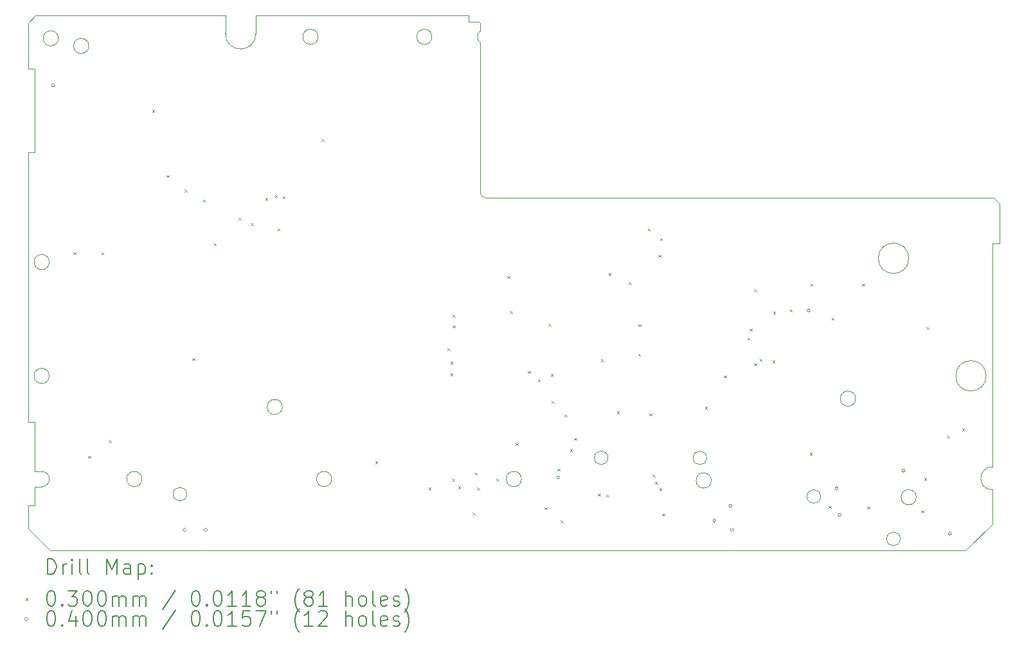
<source format=gbr>
%TF.GenerationSoftware,KiCad,Pcbnew,8.0.5-unknown-202409261835~48b9027842~ubuntu24.04.1*%
%TF.CreationDate,2024-10-03T20:43:23+08:00*%
%TF.ProjectId,EL6170_Pro_Max_Plus,454c3631-3730-45f5-9072-6f5f4d61785f,rev?*%
%TF.SameCoordinates,Original*%
%TF.FileFunction,Drillmap*%
%TF.FilePolarity,Positive*%
%FSLAX45Y45*%
G04 Gerber Fmt 4.5, Leading zero omitted, Abs format (unit mm)*
G04 Created by KiCad (PCBNEW 8.0.5-unknown-202409261835~48b9027842~ubuntu24.04.1) date 2024-10-03 20:43:23*
%MOMM*%
%LPD*%
G01*
G04 APERTURE LIST*
%ADD10C,0.050000*%
%ADD11C,0.200000*%
%ADD12C,0.100000*%
G04 APERTURE END LIST*
D10*
X9380000Y-12460000D02*
X9290000Y-12460000D01*
X21550000Y-13300000D02*
X9490000Y-13300000D01*
X9200000Y-12710000D02*
X9200000Y-13010000D01*
X15220000Y-8650000D02*
X21920000Y-8650000D01*
X20100000Y-11300000D02*
G75*
G02*
X19900000Y-11300000I-100000J0D01*
G01*
X19900000Y-11300000D02*
G75*
G02*
X20100000Y-11300000I100000J0D01*
G01*
X15140000Y-6330000D02*
X15160000Y-6350000D01*
X15000000Y-6250000D02*
X15000000Y-6330000D01*
X9290000Y-11610000D02*
X9200000Y-11610000D01*
X18200000Y-12380000D02*
G75*
G02*
X18000000Y-12380000I-100000J0D01*
G01*
X18000000Y-12380000D02*
G75*
G02*
X18200000Y-12380000I100000J0D01*
G01*
X9600000Y-6550000D02*
G75*
G02*
X9400000Y-6550000I-100000J0D01*
G01*
X9400000Y-6550000D02*
G75*
G02*
X9600000Y-6550000I100000J0D01*
G01*
X21900000Y-12500000D02*
X21900000Y-12950000D01*
X15220000Y-8650000D02*
G75*
G02*
X15160000Y-8590000I0J60000D01*
G01*
X14520000Y-6530000D02*
G75*
G02*
X14320000Y-6530000I-100000J0D01*
G01*
X14320000Y-6530000D02*
G75*
G02*
X14520000Y-6530000I100000J0D01*
G01*
X9290000Y-12260000D02*
X9290000Y-11610000D01*
X11800000Y-6250000D02*
X9300000Y-6250000D01*
X22000000Y-9250000D02*
X21900000Y-9250000D01*
X20690000Y-13150000D02*
G75*
G02*
X20510000Y-13150000I-90000J0D01*
G01*
X20510000Y-13150000D02*
G75*
G02*
X20690000Y-13150000I90000J0D01*
G01*
X21900000Y-9250000D02*
X21900000Y-12200000D01*
X10000000Y-6650000D02*
G75*
G02*
X9800000Y-6650000I-100000J0D01*
G01*
X9800000Y-6650000D02*
G75*
G02*
X10000000Y-6650000I100000J0D01*
G01*
X12550000Y-11410000D02*
G75*
G02*
X12350000Y-11410000I-100000J0D01*
G01*
X12350000Y-11410000D02*
G75*
G02*
X12550000Y-11410000I100000J0D01*
G01*
X9380000Y-12260000D02*
G75*
G02*
X9380000Y-12460000I0J-100000D01*
G01*
X11290000Y-12560000D02*
G75*
G02*
X11110000Y-12560000I-90000J0D01*
G01*
X11110000Y-12560000D02*
G75*
G02*
X11290000Y-12560000I90000J0D01*
G01*
X9490000Y-13300000D02*
X9200000Y-13010000D01*
X9200000Y-6350000D02*
X9200000Y-6950000D01*
X20900000Y-12600000D02*
G75*
G02*
X20700000Y-12600000I-100000J0D01*
G01*
X20700000Y-12600000D02*
G75*
G02*
X20900000Y-12600000I100000J0D01*
G01*
X13200000Y-12360000D02*
G75*
G02*
X13000000Y-12360000I-100000J0D01*
G01*
X13000000Y-12360000D02*
G75*
G02*
X13200000Y-12360000I100000J0D01*
G01*
X9380000Y-12260000D02*
X9290000Y-12260000D01*
X9290000Y-12460000D02*
X9290000Y-12710000D01*
X20800000Y-9450000D02*
G75*
G02*
X20400000Y-9450000I-200000J0D01*
G01*
X20400000Y-9450000D02*
G75*
G02*
X20800000Y-9450000I200000J0D01*
G01*
X21900000Y-12500000D02*
G75*
G02*
X21900000Y-12200000I0J150000D01*
G01*
X13020000Y-6530000D02*
G75*
G02*
X12820000Y-6530000I-100000J0D01*
G01*
X12820000Y-6530000D02*
G75*
G02*
X13020000Y-6530000I100000J0D01*
G01*
X9200000Y-6950000D02*
X9290000Y-6950000D01*
X9200000Y-11610000D02*
X9200000Y-8050000D01*
X18140000Y-12080000D02*
G75*
G02*
X17960000Y-12080000I-90000J0D01*
G01*
X17960000Y-12080000D02*
G75*
G02*
X18140000Y-12080000I90000J0D01*
G01*
X9480000Y-11000000D02*
G75*
G02*
X9280000Y-11000000I-100000J0D01*
G01*
X9280000Y-11000000D02*
G75*
G02*
X9480000Y-11000000I100000J0D01*
G01*
X9290000Y-6950000D02*
X9290000Y-8050000D01*
X9480000Y-9500000D02*
G75*
G02*
X9280000Y-9500000I-100000J0D01*
G01*
X9280000Y-9500000D02*
G75*
G02*
X9480000Y-9500000I100000J0D01*
G01*
X15000000Y-6330000D02*
X15140000Y-6330000D01*
X9290000Y-8050000D02*
X9200000Y-8050000D01*
X21900000Y-12950000D02*
X21550000Y-13300000D01*
X15000000Y-6250000D02*
X12200000Y-6250000D01*
X10700000Y-12360000D02*
G75*
G02*
X10500000Y-12360000I-100000J0D01*
G01*
X10500000Y-12360000D02*
G75*
G02*
X10700000Y-12360000I100000J0D01*
G01*
X12200000Y-6490000D02*
G75*
G02*
X11800000Y-6490000I-200000J0D01*
G01*
X9200000Y-12710000D02*
X9290000Y-12710000D01*
X9200000Y-6350000D02*
X9300000Y-6250000D01*
X15700000Y-12360000D02*
G75*
G02*
X15500000Y-12360000I-100000J0D01*
G01*
X15500000Y-12360000D02*
G75*
G02*
X15700000Y-12360000I100000J0D01*
G01*
X16840000Y-12080000D02*
G75*
G02*
X16660000Y-12080000I-90000J0D01*
G01*
X16660000Y-12080000D02*
G75*
G02*
X16840000Y-12080000I90000J0D01*
G01*
X19640000Y-12590000D02*
G75*
G02*
X19460000Y-12590000I-90000J0D01*
G01*
X19460000Y-12590000D02*
G75*
G02*
X19640000Y-12590000I90000J0D01*
G01*
X15160000Y-6610000D02*
X15160000Y-8590000D01*
X15160000Y-6350000D02*
X15160000Y-6450000D01*
X11800000Y-6490000D02*
X11800000Y-6250000D01*
X21920000Y-8650000D02*
X22000000Y-8730000D01*
X12200000Y-6490000D02*
X12200000Y-6250000D01*
X21820000Y-11000000D02*
G75*
G02*
X21420000Y-11000000I-200000J0D01*
G01*
X21420000Y-11000000D02*
G75*
G02*
X21820000Y-11000000I200000J0D01*
G01*
X22000000Y-8730000D02*
X22000000Y-9250000D01*
X15160000Y-6610000D02*
G75*
G02*
X15160000Y-6450000I60000J80000D01*
G01*
D11*
D12*
X9798000Y-9368000D02*
X9828000Y-9398000D01*
X9828000Y-9368000D02*
X9798000Y-9398000D01*
X9995000Y-12055000D02*
X10025000Y-12085000D01*
X10025000Y-12055000D02*
X9995000Y-12085000D01*
X10165000Y-9368000D02*
X10195000Y-9398000D01*
X10195000Y-9368000D02*
X10165000Y-9398000D01*
X10265000Y-11845000D02*
X10295000Y-11875000D01*
X10295000Y-11845000D02*
X10265000Y-11875000D01*
X10835000Y-7495000D02*
X10865000Y-7525000D01*
X10865000Y-7495000D02*
X10835000Y-7525000D01*
X11025000Y-8355000D02*
X11055000Y-8385000D01*
X11055000Y-8355000D02*
X11025000Y-8385000D01*
X11265000Y-8542500D02*
X11295000Y-8572500D01*
X11295000Y-8542500D02*
X11265000Y-8572500D01*
X11365000Y-10765000D02*
X11395000Y-10795000D01*
X11395000Y-10765000D02*
X11365000Y-10795000D01*
X11505000Y-8675000D02*
X11535000Y-8705000D01*
X11535000Y-8675000D02*
X11505000Y-8705000D01*
X11647426Y-9252574D02*
X11677426Y-9282574D01*
X11677426Y-9252574D02*
X11647426Y-9282574D01*
X11975000Y-8915000D02*
X12005000Y-8945000D01*
X12005000Y-8915000D02*
X11975000Y-8945000D01*
X12135000Y-8985000D02*
X12165000Y-9015000D01*
X12165000Y-8985000D02*
X12135000Y-9015000D01*
X12325000Y-8655000D02*
X12355000Y-8685000D01*
X12355000Y-8655000D02*
X12325000Y-8685000D01*
X12452573Y-8617427D02*
X12482573Y-8647427D01*
X12482573Y-8617427D02*
X12452573Y-8647427D01*
X12485000Y-9055000D02*
X12515000Y-9085000D01*
X12515000Y-9055000D02*
X12485000Y-9085000D01*
X12555000Y-8635000D02*
X12585000Y-8665000D01*
X12585000Y-8635000D02*
X12555000Y-8665000D01*
X13065000Y-7875000D02*
X13095000Y-7905000D01*
X13095000Y-7875000D02*
X13065000Y-7905000D01*
X13775000Y-12125000D02*
X13805000Y-12155000D01*
X13805000Y-12125000D02*
X13775000Y-12155000D01*
X14477936Y-12471916D02*
X14507936Y-12501916D01*
X14507936Y-12471916D02*
X14477936Y-12501916D01*
X14725000Y-10635000D02*
X14755000Y-10665000D01*
X14755000Y-10635000D02*
X14725000Y-10665000D01*
X14765000Y-10815000D02*
X14795000Y-10845000D01*
X14795000Y-10815000D02*
X14765000Y-10845000D01*
X14765000Y-10965000D02*
X14795000Y-10995000D01*
X14795000Y-10965000D02*
X14765000Y-10995000D01*
X14785000Y-12355000D02*
X14815000Y-12385000D01*
X14815000Y-12355000D02*
X14785000Y-12385000D01*
X14795000Y-10195000D02*
X14825000Y-10225000D01*
X14825000Y-10195000D02*
X14795000Y-10225000D01*
X14795000Y-10335000D02*
X14825000Y-10365000D01*
X14825000Y-10335000D02*
X14795000Y-10365000D01*
X14865000Y-12455000D02*
X14895000Y-12485000D01*
X14895000Y-12455000D02*
X14865000Y-12485000D01*
X15055870Y-12805000D02*
X15085870Y-12835000D01*
X15085870Y-12805000D02*
X15055870Y-12835000D01*
X15085000Y-12275000D02*
X15115000Y-12305000D01*
X15115000Y-12275000D02*
X15085000Y-12305000D01*
X15115000Y-12475000D02*
X15145000Y-12505000D01*
X15145000Y-12475000D02*
X15115000Y-12505000D01*
X15367870Y-12355000D02*
X15397870Y-12385000D01*
X15397870Y-12355000D02*
X15367870Y-12385000D01*
X15515000Y-9685000D02*
X15545000Y-9715000D01*
X15545000Y-9685000D02*
X15515000Y-9715000D01*
X15545000Y-10145000D02*
X15575000Y-10175000D01*
X15575000Y-10145000D02*
X15545000Y-10175000D01*
X15625000Y-11885000D02*
X15655000Y-11915000D01*
X15655000Y-11885000D02*
X15625000Y-11915000D01*
X15785000Y-10935000D02*
X15815000Y-10965000D01*
X15815000Y-10935000D02*
X15785000Y-10965000D01*
X15915000Y-11045000D02*
X15945000Y-11075000D01*
X15945000Y-11045000D02*
X15915000Y-11075000D01*
X16005000Y-12733019D02*
X16035000Y-12763019D01*
X16035000Y-12733019D02*
X16005000Y-12763019D01*
X16055000Y-10315000D02*
X16085000Y-10345000D01*
X16085000Y-10315000D02*
X16055000Y-10345000D01*
X16085000Y-10975000D02*
X16115000Y-11005000D01*
X16115000Y-10975000D02*
X16085000Y-11005000D01*
X16096320Y-11328403D02*
X16126320Y-11358403D01*
X16126320Y-11328403D02*
X16096320Y-11358403D01*
X16175000Y-12225000D02*
X16205000Y-12255000D01*
X16205000Y-12225000D02*
X16175000Y-12255000D01*
X16215000Y-12905000D02*
X16245000Y-12935000D01*
X16245000Y-12905000D02*
X16215000Y-12935000D01*
X16265063Y-11506042D02*
X16295063Y-11536042D01*
X16295063Y-11506042D02*
X16265063Y-11536042D01*
X16340000Y-11965000D02*
X16370000Y-11995000D01*
X16370000Y-11965000D02*
X16340000Y-11995000D01*
X16395000Y-11815000D02*
X16425000Y-11845000D01*
X16425000Y-11815000D02*
X16395000Y-11845000D01*
X16705000Y-12555000D02*
X16735000Y-12585000D01*
X16735000Y-12555000D02*
X16705000Y-12585000D01*
X16749940Y-10781715D02*
X16779940Y-10811715D01*
X16779940Y-10781715D02*
X16749940Y-10811715D01*
X16815000Y-12565000D02*
X16845000Y-12595000D01*
X16845000Y-12565000D02*
X16815000Y-12595000D01*
X16845000Y-9645000D02*
X16875000Y-9675000D01*
X16875000Y-9645000D02*
X16845000Y-9675000D01*
X16955000Y-11465000D02*
X16985000Y-11495000D01*
X16985000Y-11465000D02*
X16955000Y-11495000D01*
X17115000Y-9765000D02*
X17145000Y-9795000D01*
X17145000Y-9765000D02*
X17115000Y-9795000D01*
X17235000Y-10708239D02*
X17265000Y-10738239D01*
X17265000Y-10708239D02*
X17235000Y-10738239D01*
X17242574Y-10317427D02*
X17272574Y-10347427D01*
X17272574Y-10317427D02*
X17242574Y-10347427D01*
X17365000Y-9055000D02*
X17395000Y-9085000D01*
X17395000Y-9055000D02*
X17365000Y-9085000D01*
X17385000Y-11495000D02*
X17415000Y-11525000D01*
X17415000Y-11495000D02*
X17385000Y-11525000D01*
X17425000Y-12305000D02*
X17455000Y-12335000D01*
X17455000Y-12305000D02*
X17425000Y-12335000D01*
X17455000Y-12395000D02*
X17485000Y-12425000D01*
X17485000Y-12395000D02*
X17455000Y-12425000D01*
X17505000Y-9405000D02*
X17535000Y-9435000D01*
X17535000Y-9405000D02*
X17505000Y-9435000D01*
X17517244Y-12482756D02*
X17547244Y-12512756D01*
X17547244Y-12482756D02*
X17517244Y-12512756D01*
X17525000Y-9185000D02*
X17555000Y-9215000D01*
X17555000Y-9185000D02*
X17525000Y-9215000D01*
X17555000Y-12815000D02*
X17585000Y-12845000D01*
X17585000Y-12815000D02*
X17555000Y-12845000D01*
X18115000Y-11405000D02*
X18145000Y-11435000D01*
X18145000Y-11405000D02*
X18115000Y-11435000D01*
X18365000Y-10995000D02*
X18395000Y-11025000D01*
X18395000Y-10995000D02*
X18365000Y-11025000D01*
X18675000Y-10495000D02*
X18705000Y-10525000D01*
X18705000Y-10495000D02*
X18675000Y-10525000D01*
X18707427Y-10377427D02*
X18737427Y-10407427D01*
X18737427Y-10377427D02*
X18707427Y-10407427D01*
X18765000Y-9855000D02*
X18795000Y-9885000D01*
X18795000Y-9855000D02*
X18765000Y-9885000D01*
X18765000Y-10835000D02*
X18795000Y-10865000D01*
X18795000Y-10835000D02*
X18765000Y-10865000D01*
X18835000Y-10775000D02*
X18865000Y-10805000D01*
X18865000Y-10775000D02*
X18835000Y-10805000D01*
X19005000Y-10795000D02*
X19035000Y-10825000D01*
X19035000Y-10795000D02*
X19005000Y-10825000D01*
X19015000Y-10155000D02*
X19045000Y-10185000D01*
X19045000Y-10155000D02*
X19015000Y-10185000D01*
X19235000Y-10125000D02*
X19265000Y-10155000D01*
X19265000Y-10125000D02*
X19235000Y-10155000D01*
X19495000Y-12015000D02*
X19525000Y-12045000D01*
X19525000Y-12015000D02*
X19495000Y-12045000D01*
X19505000Y-9785000D02*
X19535000Y-9815000D01*
X19535000Y-9785000D02*
X19505000Y-9815000D01*
X19745000Y-12715000D02*
X19775000Y-12745000D01*
X19775000Y-12715000D02*
X19745000Y-12745000D01*
X19785000Y-10235000D02*
X19815000Y-10265000D01*
X19815000Y-10235000D02*
X19785000Y-10265000D01*
X20185000Y-9785000D02*
X20215000Y-9815000D01*
X20215000Y-9785000D02*
X20185000Y-9815000D01*
X20252500Y-12722500D02*
X20282500Y-12752500D01*
X20282500Y-12722500D02*
X20252500Y-12752500D01*
X20965000Y-12775000D02*
X20995000Y-12805000D01*
X20995000Y-12775000D02*
X20965000Y-12805000D01*
X21005000Y-12345000D02*
X21035000Y-12375000D01*
X21035000Y-12345000D02*
X21005000Y-12375000D01*
X21035000Y-10355000D02*
X21065000Y-10385000D01*
X21065000Y-10355000D02*
X21035000Y-10385000D01*
X21305000Y-11785000D02*
X21335000Y-11815000D01*
X21335000Y-11785000D02*
X21305000Y-11815000D01*
X21505000Y-11695000D02*
X21535000Y-11725000D01*
X21535000Y-11695000D02*
X21505000Y-11725000D01*
X9550000Y-7170000D02*
G75*
G02*
X9510000Y-7170000I-20000J0D01*
G01*
X9510000Y-7170000D02*
G75*
G02*
X9550000Y-7170000I20000J0D01*
G01*
X11280000Y-13030000D02*
G75*
G02*
X11240000Y-13030000I-20000J0D01*
G01*
X11240000Y-13030000D02*
G75*
G02*
X11280000Y-13030000I20000J0D01*
G01*
X11560000Y-13030000D02*
G75*
G02*
X11520000Y-13030000I-20000J0D01*
G01*
X11520000Y-13030000D02*
G75*
G02*
X11560000Y-13030000I20000J0D01*
G01*
X16200000Y-12340000D02*
G75*
G02*
X16160000Y-12340000I-20000J0D01*
G01*
X16160000Y-12340000D02*
G75*
G02*
X16200000Y-12340000I20000J0D01*
G01*
X18260000Y-12910000D02*
G75*
G02*
X18220000Y-12910000I-20000J0D01*
G01*
X18220000Y-12910000D02*
G75*
G02*
X18260000Y-12910000I20000J0D01*
G01*
X18470000Y-12710000D02*
G75*
G02*
X18430000Y-12710000I-20000J0D01*
G01*
X18430000Y-12710000D02*
G75*
G02*
X18470000Y-12710000I20000J0D01*
G01*
X18490000Y-13030000D02*
G75*
G02*
X18450000Y-13030000I-20000J0D01*
G01*
X18450000Y-13030000D02*
G75*
G02*
X18490000Y-13030000I20000J0D01*
G01*
X19500000Y-10140000D02*
G75*
G02*
X19460000Y-10140000I-20000J0D01*
G01*
X19460000Y-10140000D02*
G75*
G02*
X19500000Y-10140000I20000J0D01*
G01*
X19870000Y-12480000D02*
G75*
G02*
X19830000Y-12480000I-20000J0D01*
G01*
X19830000Y-12480000D02*
G75*
G02*
X19870000Y-12480000I20000J0D01*
G01*
X19910000Y-12830000D02*
G75*
G02*
X19870000Y-12830000I-20000J0D01*
G01*
X19870000Y-12830000D02*
G75*
G02*
X19910000Y-12830000I20000J0D01*
G01*
X20750000Y-12250000D02*
G75*
G02*
X20710000Y-12250000I-20000J0D01*
G01*
X20710000Y-12250000D02*
G75*
G02*
X20750000Y-12250000I20000J0D01*
G01*
X21360000Y-13080000D02*
G75*
G02*
X21320000Y-13080000I-20000J0D01*
G01*
X21320000Y-13080000D02*
G75*
G02*
X21360000Y-13080000I20000J0D01*
G01*
D11*
X9458277Y-13613984D02*
X9458277Y-13413984D01*
X9458277Y-13413984D02*
X9505896Y-13413984D01*
X9505896Y-13413984D02*
X9534467Y-13423508D01*
X9534467Y-13423508D02*
X9553515Y-13442555D01*
X9553515Y-13442555D02*
X9563039Y-13461603D01*
X9563039Y-13461603D02*
X9572563Y-13499698D01*
X9572563Y-13499698D02*
X9572563Y-13528269D01*
X9572563Y-13528269D02*
X9563039Y-13566365D01*
X9563039Y-13566365D02*
X9553515Y-13585412D01*
X9553515Y-13585412D02*
X9534467Y-13604460D01*
X9534467Y-13604460D02*
X9505896Y-13613984D01*
X9505896Y-13613984D02*
X9458277Y-13613984D01*
X9658277Y-13613984D02*
X9658277Y-13480650D01*
X9658277Y-13518746D02*
X9667801Y-13499698D01*
X9667801Y-13499698D02*
X9677324Y-13490174D01*
X9677324Y-13490174D02*
X9696372Y-13480650D01*
X9696372Y-13480650D02*
X9715420Y-13480650D01*
X9782086Y-13613984D02*
X9782086Y-13480650D01*
X9782086Y-13413984D02*
X9772563Y-13423508D01*
X9772563Y-13423508D02*
X9782086Y-13433031D01*
X9782086Y-13433031D02*
X9791610Y-13423508D01*
X9791610Y-13423508D02*
X9782086Y-13413984D01*
X9782086Y-13413984D02*
X9782086Y-13433031D01*
X9905896Y-13613984D02*
X9886848Y-13604460D01*
X9886848Y-13604460D02*
X9877324Y-13585412D01*
X9877324Y-13585412D02*
X9877324Y-13413984D01*
X10010658Y-13613984D02*
X9991610Y-13604460D01*
X9991610Y-13604460D02*
X9982086Y-13585412D01*
X9982086Y-13585412D02*
X9982086Y-13413984D01*
X10239229Y-13613984D02*
X10239229Y-13413984D01*
X10239229Y-13413984D02*
X10305896Y-13556841D01*
X10305896Y-13556841D02*
X10372563Y-13413984D01*
X10372563Y-13413984D02*
X10372563Y-13613984D01*
X10553515Y-13613984D02*
X10553515Y-13509222D01*
X10553515Y-13509222D02*
X10543991Y-13490174D01*
X10543991Y-13490174D02*
X10524944Y-13480650D01*
X10524944Y-13480650D02*
X10486848Y-13480650D01*
X10486848Y-13480650D02*
X10467801Y-13490174D01*
X10553515Y-13604460D02*
X10534467Y-13613984D01*
X10534467Y-13613984D02*
X10486848Y-13613984D01*
X10486848Y-13613984D02*
X10467801Y-13604460D01*
X10467801Y-13604460D02*
X10458277Y-13585412D01*
X10458277Y-13585412D02*
X10458277Y-13566365D01*
X10458277Y-13566365D02*
X10467801Y-13547317D01*
X10467801Y-13547317D02*
X10486848Y-13537793D01*
X10486848Y-13537793D02*
X10534467Y-13537793D01*
X10534467Y-13537793D02*
X10553515Y-13528269D01*
X10648753Y-13480650D02*
X10648753Y-13680650D01*
X10648753Y-13490174D02*
X10667801Y-13480650D01*
X10667801Y-13480650D02*
X10705896Y-13480650D01*
X10705896Y-13480650D02*
X10724944Y-13490174D01*
X10724944Y-13490174D02*
X10734467Y-13499698D01*
X10734467Y-13499698D02*
X10743991Y-13518746D01*
X10743991Y-13518746D02*
X10743991Y-13575888D01*
X10743991Y-13575888D02*
X10734467Y-13594936D01*
X10734467Y-13594936D02*
X10724944Y-13604460D01*
X10724944Y-13604460D02*
X10705896Y-13613984D01*
X10705896Y-13613984D02*
X10667801Y-13613984D01*
X10667801Y-13613984D02*
X10648753Y-13604460D01*
X10829705Y-13594936D02*
X10839229Y-13604460D01*
X10839229Y-13604460D02*
X10829705Y-13613984D01*
X10829705Y-13613984D02*
X10820182Y-13604460D01*
X10820182Y-13604460D02*
X10829705Y-13594936D01*
X10829705Y-13594936D02*
X10829705Y-13613984D01*
X10829705Y-13490174D02*
X10839229Y-13499698D01*
X10839229Y-13499698D02*
X10829705Y-13509222D01*
X10829705Y-13509222D02*
X10820182Y-13499698D01*
X10820182Y-13499698D02*
X10829705Y-13490174D01*
X10829705Y-13490174D02*
X10829705Y-13509222D01*
D12*
X9167500Y-13927500D02*
X9197500Y-13957500D01*
X9197500Y-13927500D02*
X9167500Y-13957500D01*
D11*
X9496372Y-13833984D02*
X9515420Y-13833984D01*
X9515420Y-13833984D02*
X9534467Y-13843508D01*
X9534467Y-13843508D02*
X9543991Y-13853031D01*
X9543991Y-13853031D02*
X9553515Y-13872079D01*
X9553515Y-13872079D02*
X9563039Y-13910174D01*
X9563039Y-13910174D02*
X9563039Y-13957793D01*
X9563039Y-13957793D02*
X9553515Y-13995888D01*
X9553515Y-13995888D02*
X9543991Y-14014936D01*
X9543991Y-14014936D02*
X9534467Y-14024460D01*
X9534467Y-14024460D02*
X9515420Y-14033984D01*
X9515420Y-14033984D02*
X9496372Y-14033984D01*
X9496372Y-14033984D02*
X9477324Y-14024460D01*
X9477324Y-14024460D02*
X9467801Y-14014936D01*
X9467801Y-14014936D02*
X9458277Y-13995888D01*
X9458277Y-13995888D02*
X9448753Y-13957793D01*
X9448753Y-13957793D02*
X9448753Y-13910174D01*
X9448753Y-13910174D02*
X9458277Y-13872079D01*
X9458277Y-13872079D02*
X9467801Y-13853031D01*
X9467801Y-13853031D02*
X9477324Y-13843508D01*
X9477324Y-13843508D02*
X9496372Y-13833984D01*
X9648753Y-14014936D02*
X9658277Y-14024460D01*
X9658277Y-14024460D02*
X9648753Y-14033984D01*
X9648753Y-14033984D02*
X9639229Y-14024460D01*
X9639229Y-14024460D02*
X9648753Y-14014936D01*
X9648753Y-14014936D02*
X9648753Y-14033984D01*
X9724944Y-13833984D02*
X9848753Y-13833984D01*
X9848753Y-13833984D02*
X9782086Y-13910174D01*
X9782086Y-13910174D02*
X9810658Y-13910174D01*
X9810658Y-13910174D02*
X9829705Y-13919698D01*
X9829705Y-13919698D02*
X9839229Y-13929222D01*
X9839229Y-13929222D02*
X9848753Y-13948269D01*
X9848753Y-13948269D02*
X9848753Y-13995888D01*
X9848753Y-13995888D02*
X9839229Y-14014936D01*
X9839229Y-14014936D02*
X9829705Y-14024460D01*
X9829705Y-14024460D02*
X9810658Y-14033984D01*
X9810658Y-14033984D02*
X9753515Y-14033984D01*
X9753515Y-14033984D02*
X9734467Y-14024460D01*
X9734467Y-14024460D02*
X9724944Y-14014936D01*
X9972563Y-13833984D02*
X9991610Y-13833984D01*
X9991610Y-13833984D02*
X10010658Y-13843508D01*
X10010658Y-13843508D02*
X10020182Y-13853031D01*
X10020182Y-13853031D02*
X10029705Y-13872079D01*
X10029705Y-13872079D02*
X10039229Y-13910174D01*
X10039229Y-13910174D02*
X10039229Y-13957793D01*
X10039229Y-13957793D02*
X10029705Y-13995888D01*
X10029705Y-13995888D02*
X10020182Y-14014936D01*
X10020182Y-14014936D02*
X10010658Y-14024460D01*
X10010658Y-14024460D02*
X9991610Y-14033984D01*
X9991610Y-14033984D02*
X9972563Y-14033984D01*
X9972563Y-14033984D02*
X9953515Y-14024460D01*
X9953515Y-14024460D02*
X9943991Y-14014936D01*
X9943991Y-14014936D02*
X9934467Y-13995888D01*
X9934467Y-13995888D02*
X9924944Y-13957793D01*
X9924944Y-13957793D02*
X9924944Y-13910174D01*
X9924944Y-13910174D02*
X9934467Y-13872079D01*
X9934467Y-13872079D02*
X9943991Y-13853031D01*
X9943991Y-13853031D02*
X9953515Y-13843508D01*
X9953515Y-13843508D02*
X9972563Y-13833984D01*
X10163039Y-13833984D02*
X10182086Y-13833984D01*
X10182086Y-13833984D02*
X10201134Y-13843508D01*
X10201134Y-13843508D02*
X10210658Y-13853031D01*
X10210658Y-13853031D02*
X10220182Y-13872079D01*
X10220182Y-13872079D02*
X10229705Y-13910174D01*
X10229705Y-13910174D02*
X10229705Y-13957793D01*
X10229705Y-13957793D02*
X10220182Y-13995888D01*
X10220182Y-13995888D02*
X10210658Y-14014936D01*
X10210658Y-14014936D02*
X10201134Y-14024460D01*
X10201134Y-14024460D02*
X10182086Y-14033984D01*
X10182086Y-14033984D02*
X10163039Y-14033984D01*
X10163039Y-14033984D02*
X10143991Y-14024460D01*
X10143991Y-14024460D02*
X10134467Y-14014936D01*
X10134467Y-14014936D02*
X10124944Y-13995888D01*
X10124944Y-13995888D02*
X10115420Y-13957793D01*
X10115420Y-13957793D02*
X10115420Y-13910174D01*
X10115420Y-13910174D02*
X10124944Y-13872079D01*
X10124944Y-13872079D02*
X10134467Y-13853031D01*
X10134467Y-13853031D02*
X10143991Y-13843508D01*
X10143991Y-13843508D02*
X10163039Y-13833984D01*
X10315420Y-14033984D02*
X10315420Y-13900650D01*
X10315420Y-13919698D02*
X10324944Y-13910174D01*
X10324944Y-13910174D02*
X10343991Y-13900650D01*
X10343991Y-13900650D02*
X10372563Y-13900650D01*
X10372563Y-13900650D02*
X10391610Y-13910174D01*
X10391610Y-13910174D02*
X10401134Y-13929222D01*
X10401134Y-13929222D02*
X10401134Y-14033984D01*
X10401134Y-13929222D02*
X10410658Y-13910174D01*
X10410658Y-13910174D02*
X10429705Y-13900650D01*
X10429705Y-13900650D02*
X10458277Y-13900650D01*
X10458277Y-13900650D02*
X10477325Y-13910174D01*
X10477325Y-13910174D02*
X10486848Y-13929222D01*
X10486848Y-13929222D02*
X10486848Y-14033984D01*
X10582086Y-14033984D02*
X10582086Y-13900650D01*
X10582086Y-13919698D02*
X10591610Y-13910174D01*
X10591610Y-13910174D02*
X10610658Y-13900650D01*
X10610658Y-13900650D02*
X10639229Y-13900650D01*
X10639229Y-13900650D02*
X10658277Y-13910174D01*
X10658277Y-13910174D02*
X10667801Y-13929222D01*
X10667801Y-13929222D02*
X10667801Y-14033984D01*
X10667801Y-13929222D02*
X10677325Y-13910174D01*
X10677325Y-13910174D02*
X10696372Y-13900650D01*
X10696372Y-13900650D02*
X10724944Y-13900650D01*
X10724944Y-13900650D02*
X10743991Y-13910174D01*
X10743991Y-13910174D02*
X10753515Y-13929222D01*
X10753515Y-13929222D02*
X10753515Y-14033984D01*
X11143991Y-13824460D02*
X10972563Y-14081603D01*
X11401134Y-13833984D02*
X11420182Y-13833984D01*
X11420182Y-13833984D02*
X11439229Y-13843508D01*
X11439229Y-13843508D02*
X11448753Y-13853031D01*
X11448753Y-13853031D02*
X11458277Y-13872079D01*
X11458277Y-13872079D02*
X11467801Y-13910174D01*
X11467801Y-13910174D02*
X11467801Y-13957793D01*
X11467801Y-13957793D02*
X11458277Y-13995888D01*
X11458277Y-13995888D02*
X11448753Y-14014936D01*
X11448753Y-14014936D02*
X11439229Y-14024460D01*
X11439229Y-14024460D02*
X11420182Y-14033984D01*
X11420182Y-14033984D02*
X11401134Y-14033984D01*
X11401134Y-14033984D02*
X11382086Y-14024460D01*
X11382086Y-14024460D02*
X11372563Y-14014936D01*
X11372563Y-14014936D02*
X11363039Y-13995888D01*
X11363039Y-13995888D02*
X11353515Y-13957793D01*
X11353515Y-13957793D02*
X11353515Y-13910174D01*
X11353515Y-13910174D02*
X11363039Y-13872079D01*
X11363039Y-13872079D02*
X11372563Y-13853031D01*
X11372563Y-13853031D02*
X11382086Y-13843508D01*
X11382086Y-13843508D02*
X11401134Y-13833984D01*
X11553515Y-14014936D02*
X11563039Y-14024460D01*
X11563039Y-14024460D02*
X11553515Y-14033984D01*
X11553515Y-14033984D02*
X11543991Y-14024460D01*
X11543991Y-14024460D02*
X11553515Y-14014936D01*
X11553515Y-14014936D02*
X11553515Y-14033984D01*
X11686848Y-13833984D02*
X11705896Y-13833984D01*
X11705896Y-13833984D02*
X11724944Y-13843508D01*
X11724944Y-13843508D02*
X11734467Y-13853031D01*
X11734467Y-13853031D02*
X11743991Y-13872079D01*
X11743991Y-13872079D02*
X11753515Y-13910174D01*
X11753515Y-13910174D02*
X11753515Y-13957793D01*
X11753515Y-13957793D02*
X11743991Y-13995888D01*
X11743991Y-13995888D02*
X11734467Y-14014936D01*
X11734467Y-14014936D02*
X11724944Y-14024460D01*
X11724944Y-14024460D02*
X11705896Y-14033984D01*
X11705896Y-14033984D02*
X11686848Y-14033984D01*
X11686848Y-14033984D02*
X11667801Y-14024460D01*
X11667801Y-14024460D02*
X11658277Y-14014936D01*
X11658277Y-14014936D02*
X11648753Y-13995888D01*
X11648753Y-13995888D02*
X11639229Y-13957793D01*
X11639229Y-13957793D02*
X11639229Y-13910174D01*
X11639229Y-13910174D02*
X11648753Y-13872079D01*
X11648753Y-13872079D02*
X11658277Y-13853031D01*
X11658277Y-13853031D02*
X11667801Y-13843508D01*
X11667801Y-13843508D02*
X11686848Y-13833984D01*
X11943991Y-14033984D02*
X11829706Y-14033984D01*
X11886848Y-14033984D02*
X11886848Y-13833984D01*
X11886848Y-13833984D02*
X11867801Y-13862555D01*
X11867801Y-13862555D02*
X11848753Y-13881603D01*
X11848753Y-13881603D02*
X11829706Y-13891127D01*
X12134467Y-14033984D02*
X12020182Y-14033984D01*
X12077325Y-14033984D02*
X12077325Y-13833984D01*
X12077325Y-13833984D02*
X12058277Y-13862555D01*
X12058277Y-13862555D02*
X12039229Y-13881603D01*
X12039229Y-13881603D02*
X12020182Y-13891127D01*
X12248753Y-13919698D02*
X12229706Y-13910174D01*
X12229706Y-13910174D02*
X12220182Y-13900650D01*
X12220182Y-13900650D02*
X12210658Y-13881603D01*
X12210658Y-13881603D02*
X12210658Y-13872079D01*
X12210658Y-13872079D02*
X12220182Y-13853031D01*
X12220182Y-13853031D02*
X12229706Y-13843508D01*
X12229706Y-13843508D02*
X12248753Y-13833984D01*
X12248753Y-13833984D02*
X12286848Y-13833984D01*
X12286848Y-13833984D02*
X12305896Y-13843508D01*
X12305896Y-13843508D02*
X12315420Y-13853031D01*
X12315420Y-13853031D02*
X12324944Y-13872079D01*
X12324944Y-13872079D02*
X12324944Y-13881603D01*
X12324944Y-13881603D02*
X12315420Y-13900650D01*
X12315420Y-13900650D02*
X12305896Y-13910174D01*
X12305896Y-13910174D02*
X12286848Y-13919698D01*
X12286848Y-13919698D02*
X12248753Y-13919698D01*
X12248753Y-13919698D02*
X12229706Y-13929222D01*
X12229706Y-13929222D02*
X12220182Y-13938746D01*
X12220182Y-13938746D02*
X12210658Y-13957793D01*
X12210658Y-13957793D02*
X12210658Y-13995888D01*
X12210658Y-13995888D02*
X12220182Y-14014936D01*
X12220182Y-14014936D02*
X12229706Y-14024460D01*
X12229706Y-14024460D02*
X12248753Y-14033984D01*
X12248753Y-14033984D02*
X12286848Y-14033984D01*
X12286848Y-14033984D02*
X12305896Y-14024460D01*
X12305896Y-14024460D02*
X12315420Y-14014936D01*
X12315420Y-14014936D02*
X12324944Y-13995888D01*
X12324944Y-13995888D02*
X12324944Y-13957793D01*
X12324944Y-13957793D02*
X12315420Y-13938746D01*
X12315420Y-13938746D02*
X12305896Y-13929222D01*
X12305896Y-13929222D02*
X12286848Y-13919698D01*
X12401134Y-13833984D02*
X12401134Y-13872079D01*
X12477325Y-13833984D02*
X12477325Y-13872079D01*
X12772563Y-14110174D02*
X12763039Y-14100650D01*
X12763039Y-14100650D02*
X12743991Y-14072079D01*
X12743991Y-14072079D02*
X12734468Y-14053031D01*
X12734468Y-14053031D02*
X12724944Y-14024460D01*
X12724944Y-14024460D02*
X12715420Y-13976841D01*
X12715420Y-13976841D02*
X12715420Y-13938746D01*
X12715420Y-13938746D02*
X12724944Y-13891127D01*
X12724944Y-13891127D02*
X12734468Y-13862555D01*
X12734468Y-13862555D02*
X12743991Y-13843508D01*
X12743991Y-13843508D02*
X12763039Y-13814936D01*
X12763039Y-13814936D02*
X12772563Y-13805412D01*
X12877325Y-13919698D02*
X12858277Y-13910174D01*
X12858277Y-13910174D02*
X12848753Y-13900650D01*
X12848753Y-13900650D02*
X12839229Y-13881603D01*
X12839229Y-13881603D02*
X12839229Y-13872079D01*
X12839229Y-13872079D02*
X12848753Y-13853031D01*
X12848753Y-13853031D02*
X12858277Y-13843508D01*
X12858277Y-13843508D02*
X12877325Y-13833984D01*
X12877325Y-13833984D02*
X12915420Y-13833984D01*
X12915420Y-13833984D02*
X12934468Y-13843508D01*
X12934468Y-13843508D02*
X12943991Y-13853031D01*
X12943991Y-13853031D02*
X12953515Y-13872079D01*
X12953515Y-13872079D02*
X12953515Y-13881603D01*
X12953515Y-13881603D02*
X12943991Y-13900650D01*
X12943991Y-13900650D02*
X12934468Y-13910174D01*
X12934468Y-13910174D02*
X12915420Y-13919698D01*
X12915420Y-13919698D02*
X12877325Y-13919698D01*
X12877325Y-13919698D02*
X12858277Y-13929222D01*
X12858277Y-13929222D02*
X12848753Y-13938746D01*
X12848753Y-13938746D02*
X12839229Y-13957793D01*
X12839229Y-13957793D02*
X12839229Y-13995888D01*
X12839229Y-13995888D02*
X12848753Y-14014936D01*
X12848753Y-14014936D02*
X12858277Y-14024460D01*
X12858277Y-14024460D02*
X12877325Y-14033984D01*
X12877325Y-14033984D02*
X12915420Y-14033984D01*
X12915420Y-14033984D02*
X12934468Y-14024460D01*
X12934468Y-14024460D02*
X12943991Y-14014936D01*
X12943991Y-14014936D02*
X12953515Y-13995888D01*
X12953515Y-13995888D02*
X12953515Y-13957793D01*
X12953515Y-13957793D02*
X12943991Y-13938746D01*
X12943991Y-13938746D02*
X12934468Y-13929222D01*
X12934468Y-13929222D02*
X12915420Y-13919698D01*
X13143991Y-14033984D02*
X13029706Y-14033984D01*
X13086848Y-14033984D02*
X13086848Y-13833984D01*
X13086848Y-13833984D02*
X13067801Y-13862555D01*
X13067801Y-13862555D02*
X13048753Y-13881603D01*
X13048753Y-13881603D02*
X13029706Y-13891127D01*
X13382087Y-14033984D02*
X13382087Y-13833984D01*
X13467801Y-14033984D02*
X13467801Y-13929222D01*
X13467801Y-13929222D02*
X13458277Y-13910174D01*
X13458277Y-13910174D02*
X13439230Y-13900650D01*
X13439230Y-13900650D02*
X13410658Y-13900650D01*
X13410658Y-13900650D02*
X13391610Y-13910174D01*
X13391610Y-13910174D02*
X13382087Y-13919698D01*
X13591610Y-14033984D02*
X13572563Y-14024460D01*
X13572563Y-14024460D02*
X13563039Y-14014936D01*
X13563039Y-14014936D02*
X13553515Y-13995888D01*
X13553515Y-13995888D02*
X13553515Y-13938746D01*
X13553515Y-13938746D02*
X13563039Y-13919698D01*
X13563039Y-13919698D02*
X13572563Y-13910174D01*
X13572563Y-13910174D02*
X13591610Y-13900650D01*
X13591610Y-13900650D02*
X13620182Y-13900650D01*
X13620182Y-13900650D02*
X13639230Y-13910174D01*
X13639230Y-13910174D02*
X13648753Y-13919698D01*
X13648753Y-13919698D02*
X13658277Y-13938746D01*
X13658277Y-13938746D02*
X13658277Y-13995888D01*
X13658277Y-13995888D02*
X13648753Y-14014936D01*
X13648753Y-14014936D02*
X13639230Y-14024460D01*
X13639230Y-14024460D02*
X13620182Y-14033984D01*
X13620182Y-14033984D02*
X13591610Y-14033984D01*
X13772563Y-14033984D02*
X13753515Y-14024460D01*
X13753515Y-14024460D02*
X13743991Y-14005412D01*
X13743991Y-14005412D02*
X13743991Y-13833984D01*
X13924944Y-14024460D02*
X13905896Y-14033984D01*
X13905896Y-14033984D02*
X13867801Y-14033984D01*
X13867801Y-14033984D02*
X13848753Y-14024460D01*
X13848753Y-14024460D02*
X13839230Y-14005412D01*
X13839230Y-14005412D02*
X13839230Y-13929222D01*
X13839230Y-13929222D02*
X13848753Y-13910174D01*
X13848753Y-13910174D02*
X13867801Y-13900650D01*
X13867801Y-13900650D02*
X13905896Y-13900650D01*
X13905896Y-13900650D02*
X13924944Y-13910174D01*
X13924944Y-13910174D02*
X13934468Y-13929222D01*
X13934468Y-13929222D02*
X13934468Y-13948269D01*
X13934468Y-13948269D02*
X13839230Y-13967317D01*
X14010658Y-14024460D02*
X14029706Y-14033984D01*
X14029706Y-14033984D02*
X14067801Y-14033984D01*
X14067801Y-14033984D02*
X14086849Y-14024460D01*
X14086849Y-14024460D02*
X14096372Y-14005412D01*
X14096372Y-14005412D02*
X14096372Y-13995888D01*
X14096372Y-13995888D02*
X14086849Y-13976841D01*
X14086849Y-13976841D02*
X14067801Y-13967317D01*
X14067801Y-13967317D02*
X14039230Y-13967317D01*
X14039230Y-13967317D02*
X14020182Y-13957793D01*
X14020182Y-13957793D02*
X14010658Y-13938746D01*
X14010658Y-13938746D02*
X14010658Y-13929222D01*
X14010658Y-13929222D02*
X14020182Y-13910174D01*
X14020182Y-13910174D02*
X14039230Y-13900650D01*
X14039230Y-13900650D02*
X14067801Y-13900650D01*
X14067801Y-13900650D02*
X14086849Y-13910174D01*
X14163039Y-14110174D02*
X14172563Y-14100650D01*
X14172563Y-14100650D02*
X14191611Y-14072079D01*
X14191611Y-14072079D02*
X14201134Y-14053031D01*
X14201134Y-14053031D02*
X14210658Y-14024460D01*
X14210658Y-14024460D02*
X14220182Y-13976841D01*
X14220182Y-13976841D02*
X14220182Y-13938746D01*
X14220182Y-13938746D02*
X14210658Y-13891127D01*
X14210658Y-13891127D02*
X14201134Y-13862555D01*
X14201134Y-13862555D02*
X14191611Y-13843508D01*
X14191611Y-13843508D02*
X14172563Y-13814936D01*
X14172563Y-13814936D02*
X14163039Y-13805412D01*
D12*
X9197500Y-14206500D02*
G75*
G02*
X9157500Y-14206500I-20000J0D01*
G01*
X9157500Y-14206500D02*
G75*
G02*
X9197500Y-14206500I20000J0D01*
G01*
D11*
X9496372Y-14097984D02*
X9515420Y-14097984D01*
X9515420Y-14097984D02*
X9534467Y-14107508D01*
X9534467Y-14107508D02*
X9543991Y-14117031D01*
X9543991Y-14117031D02*
X9553515Y-14136079D01*
X9553515Y-14136079D02*
X9563039Y-14174174D01*
X9563039Y-14174174D02*
X9563039Y-14221793D01*
X9563039Y-14221793D02*
X9553515Y-14259888D01*
X9553515Y-14259888D02*
X9543991Y-14278936D01*
X9543991Y-14278936D02*
X9534467Y-14288460D01*
X9534467Y-14288460D02*
X9515420Y-14297984D01*
X9515420Y-14297984D02*
X9496372Y-14297984D01*
X9496372Y-14297984D02*
X9477324Y-14288460D01*
X9477324Y-14288460D02*
X9467801Y-14278936D01*
X9467801Y-14278936D02*
X9458277Y-14259888D01*
X9458277Y-14259888D02*
X9448753Y-14221793D01*
X9448753Y-14221793D02*
X9448753Y-14174174D01*
X9448753Y-14174174D02*
X9458277Y-14136079D01*
X9458277Y-14136079D02*
X9467801Y-14117031D01*
X9467801Y-14117031D02*
X9477324Y-14107508D01*
X9477324Y-14107508D02*
X9496372Y-14097984D01*
X9648753Y-14278936D02*
X9658277Y-14288460D01*
X9658277Y-14288460D02*
X9648753Y-14297984D01*
X9648753Y-14297984D02*
X9639229Y-14288460D01*
X9639229Y-14288460D02*
X9648753Y-14278936D01*
X9648753Y-14278936D02*
X9648753Y-14297984D01*
X9829705Y-14164650D02*
X9829705Y-14297984D01*
X9782086Y-14088460D02*
X9734467Y-14231317D01*
X9734467Y-14231317D02*
X9858277Y-14231317D01*
X9972563Y-14097984D02*
X9991610Y-14097984D01*
X9991610Y-14097984D02*
X10010658Y-14107508D01*
X10010658Y-14107508D02*
X10020182Y-14117031D01*
X10020182Y-14117031D02*
X10029705Y-14136079D01*
X10029705Y-14136079D02*
X10039229Y-14174174D01*
X10039229Y-14174174D02*
X10039229Y-14221793D01*
X10039229Y-14221793D02*
X10029705Y-14259888D01*
X10029705Y-14259888D02*
X10020182Y-14278936D01*
X10020182Y-14278936D02*
X10010658Y-14288460D01*
X10010658Y-14288460D02*
X9991610Y-14297984D01*
X9991610Y-14297984D02*
X9972563Y-14297984D01*
X9972563Y-14297984D02*
X9953515Y-14288460D01*
X9953515Y-14288460D02*
X9943991Y-14278936D01*
X9943991Y-14278936D02*
X9934467Y-14259888D01*
X9934467Y-14259888D02*
X9924944Y-14221793D01*
X9924944Y-14221793D02*
X9924944Y-14174174D01*
X9924944Y-14174174D02*
X9934467Y-14136079D01*
X9934467Y-14136079D02*
X9943991Y-14117031D01*
X9943991Y-14117031D02*
X9953515Y-14107508D01*
X9953515Y-14107508D02*
X9972563Y-14097984D01*
X10163039Y-14097984D02*
X10182086Y-14097984D01*
X10182086Y-14097984D02*
X10201134Y-14107508D01*
X10201134Y-14107508D02*
X10210658Y-14117031D01*
X10210658Y-14117031D02*
X10220182Y-14136079D01*
X10220182Y-14136079D02*
X10229705Y-14174174D01*
X10229705Y-14174174D02*
X10229705Y-14221793D01*
X10229705Y-14221793D02*
X10220182Y-14259888D01*
X10220182Y-14259888D02*
X10210658Y-14278936D01*
X10210658Y-14278936D02*
X10201134Y-14288460D01*
X10201134Y-14288460D02*
X10182086Y-14297984D01*
X10182086Y-14297984D02*
X10163039Y-14297984D01*
X10163039Y-14297984D02*
X10143991Y-14288460D01*
X10143991Y-14288460D02*
X10134467Y-14278936D01*
X10134467Y-14278936D02*
X10124944Y-14259888D01*
X10124944Y-14259888D02*
X10115420Y-14221793D01*
X10115420Y-14221793D02*
X10115420Y-14174174D01*
X10115420Y-14174174D02*
X10124944Y-14136079D01*
X10124944Y-14136079D02*
X10134467Y-14117031D01*
X10134467Y-14117031D02*
X10143991Y-14107508D01*
X10143991Y-14107508D02*
X10163039Y-14097984D01*
X10315420Y-14297984D02*
X10315420Y-14164650D01*
X10315420Y-14183698D02*
X10324944Y-14174174D01*
X10324944Y-14174174D02*
X10343991Y-14164650D01*
X10343991Y-14164650D02*
X10372563Y-14164650D01*
X10372563Y-14164650D02*
X10391610Y-14174174D01*
X10391610Y-14174174D02*
X10401134Y-14193222D01*
X10401134Y-14193222D02*
X10401134Y-14297984D01*
X10401134Y-14193222D02*
X10410658Y-14174174D01*
X10410658Y-14174174D02*
X10429705Y-14164650D01*
X10429705Y-14164650D02*
X10458277Y-14164650D01*
X10458277Y-14164650D02*
X10477325Y-14174174D01*
X10477325Y-14174174D02*
X10486848Y-14193222D01*
X10486848Y-14193222D02*
X10486848Y-14297984D01*
X10582086Y-14297984D02*
X10582086Y-14164650D01*
X10582086Y-14183698D02*
X10591610Y-14174174D01*
X10591610Y-14174174D02*
X10610658Y-14164650D01*
X10610658Y-14164650D02*
X10639229Y-14164650D01*
X10639229Y-14164650D02*
X10658277Y-14174174D01*
X10658277Y-14174174D02*
X10667801Y-14193222D01*
X10667801Y-14193222D02*
X10667801Y-14297984D01*
X10667801Y-14193222D02*
X10677325Y-14174174D01*
X10677325Y-14174174D02*
X10696372Y-14164650D01*
X10696372Y-14164650D02*
X10724944Y-14164650D01*
X10724944Y-14164650D02*
X10743991Y-14174174D01*
X10743991Y-14174174D02*
X10753515Y-14193222D01*
X10753515Y-14193222D02*
X10753515Y-14297984D01*
X11143991Y-14088460D02*
X10972563Y-14345603D01*
X11401134Y-14097984D02*
X11420182Y-14097984D01*
X11420182Y-14097984D02*
X11439229Y-14107508D01*
X11439229Y-14107508D02*
X11448753Y-14117031D01*
X11448753Y-14117031D02*
X11458277Y-14136079D01*
X11458277Y-14136079D02*
X11467801Y-14174174D01*
X11467801Y-14174174D02*
X11467801Y-14221793D01*
X11467801Y-14221793D02*
X11458277Y-14259888D01*
X11458277Y-14259888D02*
X11448753Y-14278936D01*
X11448753Y-14278936D02*
X11439229Y-14288460D01*
X11439229Y-14288460D02*
X11420182Y-14297984D01*
X11420182Y-14297984D02*
X11401134Y-14297984D01*
X11401134Y-14297984D02*
X11382086Y-14288460D01*
X11382086Y-14288460D02*
X11372563Y-14278936D01*
X11372563Y-14278936D02*
X11363039Y-14259888D01*
X11363039Y-14259888D02*
X11353515Y-14221793D01*
X11353515Y-14221793D02*
X11353515Y-14174174D01*
X11353515Y-14174174D02*
X11363039Y-14136079D01*
X11363039Y-14136079D02*
X11372563Y-14117031D01*
X11372563Y-14117031D02*
X11382086Y-14107508D01*
X11382086Y-14107508D02*
X11401134Y-14097984D01*
X11553515Y-14278936D02*
X11563039Y-14288460D01*
X11563039Y-14288460D02*
X11553515Y-14297984D01*
X11553515Y-14297984D02*
X11543991Y-14288460D01*
X11543991Y-14288460D02*
X11553515Y-14278936D01*
X11553515Y-14278936D02*
X11553515Y-14297984D01*
X11686848Y-14097984D02*
X11705896Y-14097984D01*
X11705896Y-14097984D02*
X11724944Y-14107508D01*
X11724944Y-14107508D02*
X11734467Y-14117031D01*
X11734467Y-14117031D02*
X11743991Y-14136079D01*
X11743991Y-14136079D02*
X11753515Y-14174174D01*
X11753515Y-14174174D02*
X11753515Y-14221793D01*
X11753515Y-14221793D02*
X11743991Y-14259888D01*
X11743991Y-14259888D02*
X11734467Y-14278936D01*
X11734467Y-14278936D02*
X11724944Y-14288460D01*
X11724944Y-14288460D02*
X11705896Y-14297984D01*
X11705896Y-14297984D02*
X11686848Y-14297984D01*
X11686848Y-14297984D02*
X11667801Y-14288460D01*
X11667801Y-14288460D02*
X11658277Y-14278936D01*
X11658277Y-14278936D02*
X11648753Y-14259888D01*
X11648753Y-14259888D02*
X11639229Y-14221793D01*
X11639229Y-14221793D02*
X11639229Y-14174174D01*
X11639229Y-14174174D02*
X11648753Y-14136079D01*
X11648753Y-14136079D02*
X11658277Y-14117031D01*
X11658277Y-14117031D02*
X11667801Y-14107508D01*
X11667801Y-14107508D02*
X11686848Y-14097984D01*
X11943991Y-14297984D02*
X11829706Y-14297984D01*
X11886848Y-14297984D02*
X11886848Y-14097984D01*
X11886848Y-14097984D02*
X11867801Y-14126555D01*
X11867801Y-14126555D02*
X11848753Y-14145603D01*
X11848753Y-14145603D02*
X11829706Y-14155127D01*
X12124944Y-14097984D02*
X12029706Y-14097984D01*
X12029706Y-14097984D02*
X12020182Y-14193222D01*
X12020182Y-14193222D02*
X12029706Y-14183698D01*
X12029706Y-14183698D02*
X12048753Y-14174174D01*
X12048753Y-14174174D02*
X12096372Y-14174174D01*
X12096372Y-14174174D02*
X12115420Y-14183698D01*
X12115420Y-14183698D02*
X12124944Y-14193222D01*
X12124944Y-14193222D02*
X12134467Y-14212269D01*
X12134467Y-14212269D02*
X12134467Y-14259888D01*
X12134467Y-14259888D02*
X12124944Y-14278936D01*
X12124944Y-14278936D02*
X12115420Y-14288460D01*
X12115420Y-14288460D02*
X12096372Y-14297984D01*
X12096372Y-14297984D02*
X12048753Y-14297984D01*
X12048753Y-14297984D02*
X12029706Y-14288460D01*
X12029706Y-14288460D02*
X12020182Y-14278936D01*
X12201134Y-14097984D02*
X12334467Y-14097984D01*
X12334467Y-14097984D02*
X12248753Y-14297984D01*
X12401134Y-14097984D02*
X12401134Y-14136079D01*
X12477325Y-14097984D02*
X12477325Y-14136079D01*
X12772563Y-14374174D02*
X12763039Y-14364650D01*
X12763039Y-14364650D02*
X12743991Y-14336079D01*
X12743991Y-14336079D02*
X12734468Y-14317031D01*
X12734468Y-14317031D02*
X12724944Y-14288460D01*
X12724944Y-14288460D02*
X12715420Y-14240841D01*
X12715420Y-14240841D02*
X12715420Y-14202746D01*
X12715420Y-14202746D02*
X12724944Y-14155127D01*
X12724944Y-14155127D02*
X12734468Y-14126555D01*
X12734468Y-14126555D02*
X12743991Y-14107508D01*
X12743991Y-14107508D02*
X12763039Y-14078936D01*
X12763039Y-14078936D02*
X12772563Y-14069412D01*
X12953515Y-14297984D02*
X12839229Y-14297984D01*
X12896372Y-14297984D02*
X12896372Y-14097984D01*
X12896372Y-14097984D02*
X12877325Y-14126555D01*
X12877325Y-14126555D02*
X12858277Y-14145603D01*
X12858277Y-14145603D02*
X12839229Y-14155127D01*
X13029706Y-14117031D02*
X13039229Y-14107508D01*
X13039229Y-14107508D02*
X13058277Y-14097984D01*
X13058277Y-14097984D02*
X13105896Y-14097984D01*
X13105896Y-14097984D02*
X13124944Y-14107508D01*
X13124944Y-14107508D02*
X13134468Y-14117031D01*
X13134468Y-14117031D02*
X13143991Y-14136079D01*
X13143991Y-14136079D02*
X13143991Y-14155127D01*
X13143991Y-14155127D02*
X13134468Y-14183698D01*
X13134468Y-14183698D02*
X13020182Y-14297984D01*
X13020182Y-14297984D02*
X13143991Y-14297984D01*
X13382087Y-14297984D02*
X13382087Y-14097984D01*
X13467801Y-14297984D02*
X13467801Y-14193222D01*
X13467801Y-14193222D02*
X13458277Y-14174174D01*
X13458277Y-14174174D02*
X13439230Y-14164650D01*
X13439230Y-14164650D02*
X13410658Y-14164650D01*
X13410658Y-14164650D02*
X13391610Y-14174174D01*
X13391610Y-14174174D02*
X13382087Y-14183698D01*
X13591610Y-14297984D02*
X13572563Y-14288460D01*
X13572563Y-14288460D02*
X13563039Y-14278936D01*
X13563039Y-14278936D02*
X13553515Y-14259888D01*
X13553515Y-14259888D02*
X13553515Y-14202746D01*
X13553515Y-14202746D02*
X13563039Y-14183698D01*
X13563039Y-14183698D02*
X13572563Y-14174174D01*
X13572563Y-14174174D02*
X13591610Y-14164650D01*
X13591610Y-14164650D02*
X13620182Y-14164650D01*
X13620182Y-14164650D02*
X13639230Y-14174174D01*
X13639230Y-14174174D02*
X13648753Y-14183698D01*
X13648753Y-14183698D02*
X13658277Y-14202746D01*
X13658277Y-14202746D02*
X13658277Y-14259888D01*
X13658277Y-14259888D02*
X13648753Y-14278936D01*
X13648753Y-14278936D02*
X13639230Y-14288460D01*
X13639230Y-14288460D02*
X13620182Y-14297984D01*
X13620182Y-14297984D02*
X13591610Y-14297984D01*
X13772563Y-14297984D02*
X13753515Y-14288460D01*
X13753515Y-14288460D02*
X13743991Y-14269412D01*
X13743991Y-14269412D02*
X13743991Y-14097984D01*
X13924944Y-14288460D02*
X13905896Y-14297984D01*
X13905896Y-14297984D02*
X13867801Y-14297984D01*
X13867801Y-14297984D02*
X13848753Y-14288460D01*
X13848753Y-14288460D02*
X13839230Y-14269412D01*
X13839230Y-14269412D02*
X13839230Y-14193222D01*
X13839230Y-14193222D02*
X13848753Y-14174174D01*
X13848753Y-14174174D02*
X13867801Y-14164650D01*
X13867801Y-14164650D02*
X13905896Y-14164650D01*
X13905896Y-14164650D02*
X13924944Y-14174174D01*
X13924944Y-14174174D02*
X13934468Y-14193222D01*
X13934468Y-14193222D02*
X13934468Y-14212269D01*
X13934468Y-14212269D02*
X13839230Y-14231317D01*
X14010658Y-14288460D02*
X14029706Y-14297984D01*
X14029706Y-14297984D02*
X14067801Y-14297984D01*
X14067801Y-14297984D02*
X14086849Y-14288460D01*
X14086849Y-14288460D02*
X14096372Y-14269412D01*
X14096372Y-14269412D02*
X14096372Y-14259888D01*
X14096372Y-14259888D02*
X14086849Y-14240841D01*
X14086849Y-14240841D02*
X14067801Y-14231317D01*
X14067801Y-14231317D02*
X14039230Y-14231317D01*
X14039230Y-14231317D02*
X14020182Y-14221793D01*
X14020182Y-14221793D02*
X14010658Y-14202746D01*
X14010658Y-14202746D02*
X14010658Y-14193222D01*
X14010658Y-14193222D02*
X14020182Y-14174174D01*
X14020182Y-14174174D02*
X14039230Y-14164650D01*
X14039230Y-14164650D02*
X14067801Y-14164650D01*
X14067801Y-14164650D02*
X14086849Y-14174174D01*
X14163039Y-14374174D02*
X14172563Y-14364650D01*
X14172563Y-14364650D02*
X14191611Y-14336079D01*
X14191611Y-14336079D02*
X14201134Y-14317031D01*
X14201134Y-14317031D02*
X14210658Y-14288460D01*
X14210658Y-14288460D02*
X14220182Y-14240841D01*
X14220182Y-14240841D02*
X14220182Y-14202746D01*
X14220182Y-14202746D02*
X14210658Y-14155127D01*
X14210658Y-14155127D02*
X14201134Y-14126555D01*
X14201134Y-14126555D02*
X14191611Y-14107508D01*
X14191611Y-14107508D02*
X14172563Y-14078936D01*
X14172563Y-14078936D02*
X14163039Y-14069412D01*
M02*

</source>
